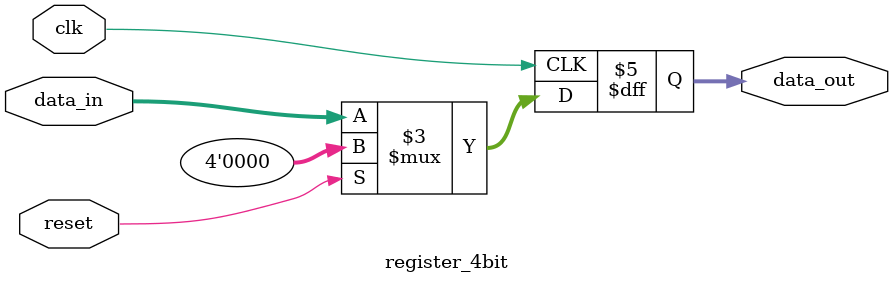
<source format=sv>
module register_4bit (
    input  logic        clk,    
    input  logic        reset,  
    input  logic [3:0]  data_in, 
    output logic [3:0]  data_out  
);

    always_ff @(posedge clk) begin
        if (reset) begin
            data_out <= 4'b0000;
        end else begin
            data_out <= data_in;
        end
    end

endmodule

</source>
